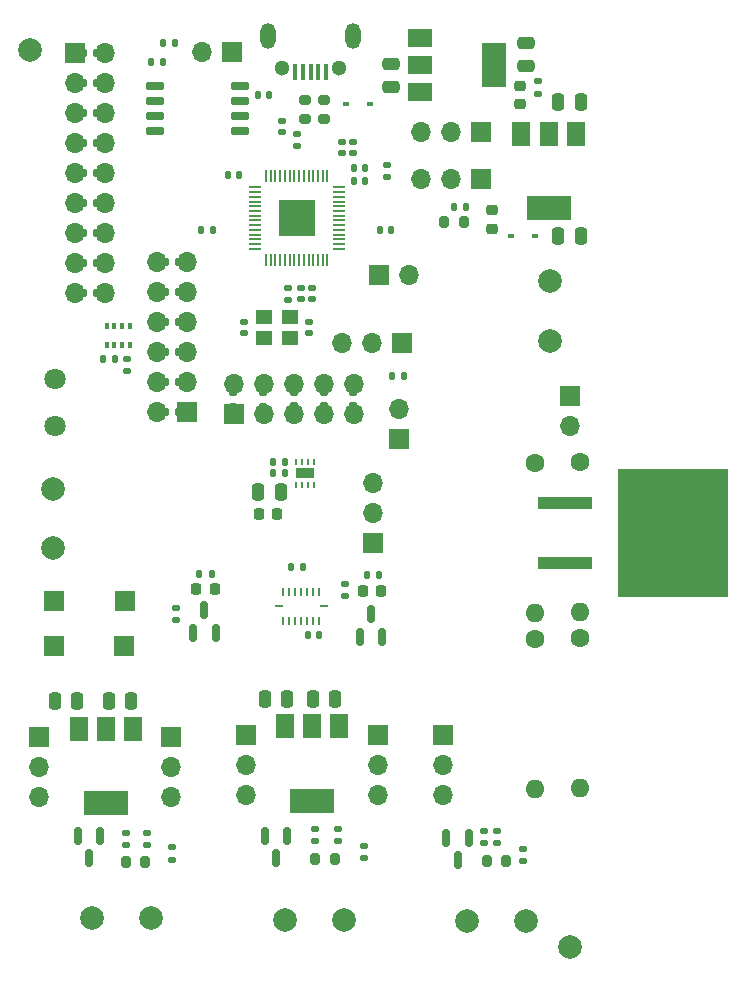
<source format=gbr>
%TF.GenerationSoftware,KiCad,Pcbnew,(6.0.10)*%
%TF.CreationDate,2023-02-23T14:30:16-05:00*%
%TF.ProjectId,rp2040_v0,72703230-3430-45f7-9630-2e6b69636164,rev?*%
%TF.SameCoordinates,Original*%
%TF.FileFunction,Soldermask,Top*%
%TF.FilePolarity,Negative*%
%FSLAX46Y46*%
G04 Gerber Fmt 4.6, Leading zero omitted, Abs format (unit mm)*
G04 Created by KiCad (PCBNEW (6.0.10)) date 2023-02-23 14:30:16*
%MOMM*%
%LPD*%
G01*
G04 APERTURE LIST*
G04 Aperture macros list*
%AMRoundRect*
0 Rectangle with rounded corners*
0 $1 Rounding radius*
0 $2 $3 $4 $5 $6 $7 $8 $9 X,Y pos of 4 corners*
0 Add a 4 corners polygon primitive as box body*
4,1,4,$2,$3,$4,$5,$6,$7,$8,$9,$2,$3,0*
0 Add four circle primitives for the rounded corners*
1,1,$1+$1,$2,$3*
1,1,$1+$1,$4,$5*
1,1,$1+$1,$6,$7*
1,1,$1+$1,$8,$9*
0 Add four rect primitives between the rounded corners*
20,1,$1+$1,$2,$3,$4,$5,0*
20,1,$1+$1,$4,$5,$6,$7,0*
20,1,$1+$1,$6,$7,$8,$9,0*
20,1,$1+$1,$8,$9,$2,$3,0*%
G04 Aperture macros list end*
%ADD10RoundRect,0.135000X0.185000X-0.135000X0.185000X0.135000X-0.185000X0.135000X-0.185000X-0.135000X0*%
%ADD11C,2.000000*%
%ADD12C,1.600000*%
%ADD13O,1.600000X1.600000*%
%ADD14R,1.500000X2.000000*%
%ADD15R,3.800000X2.000000*%
%ADD16RoundRect,0.150000X-0.150000X0.587500X-0.150000X-0.587500X0.150000X-0.587500X0.150000X0.587500X0*%
%ADD17R,4.600000X1.100000*%
%ADD18R,9.400000X10.800000*%
%ADD19RoundRect,0.250000X-0.250000X-0.475000X0.250000X-0.475000X0.250000X0.475000X-0.250000X0.475000X0*%
%ADD20R,0.800000X0.250000*%
%ADD21R,0.250000X0.800000*%
%ADD22RoundRect,0.135000X0.135000X0.185000X-0.135000X0.185000X-0.135000X-0.185000X0.135000X-0.185000X0*%
%ADD23RoundRect,0.150000X0.150000X-0.587500X0.150000X0.587500X-0.150000X0.587500X-0.150000X-0.587500X0*%
%ADD24RoundRect,0.135000X-0.185000X0.135000X-0.185000X-0.135000X0.185000X-0.135000X0.185000X0.135000X0*%
%ADD25RoundRect,0.140000X0.140000X0.170000X-0.140000X0.170000X-0.140000X-0.170000X0.140000X-0.170000X0*%
%ADD26RoundRect,0.135000X-0.135000X-0.185000X0.135000X-0.185000X0.135000X0.185000X-0.135000X0.185000X0*%
%ADD27RoundRect,0.250000X0.475000X-0.250000X0.475000X0.250000X-0.475000X0.250000X-0.475000X-0.250000X0*%
%ADD28RoundRect,0.140000X-0.140000X-0.170000X0.140000X-0.170000X0.140000X0.170000X-0.140000X0.170000X0*%
%ADD29R,0.600000X0.450000*%
%ADD30R,1.700000X1.700000*%
%ADD31O,1.700000X1.700000*%
%ADD32RoundRect,0.200000X-0.200000X-0.275000X0.200000X-0.275000X0.200000X0.275000X-0.200000X0.275000X0*%
%ADD33RoundRect,0.250000X0.250000X0.475000X-0.250000X0.475000X-0.250000X-0.475000X0.250000X-0.475000X0*%
%ADD34RoundRect,0.140000X-0.170000X0.140000X-0.170000X-0.140000X0.170000X-0.140000X0.170000X0.140000X0*%
%ADD35RoundRect,0.140000X0.170000X-0.140000X0.170000X0.140000X-0.170000X0.140000X-0.170000X-0.140000X0*%
%ADD36RoundRect,0.218750X0.256250X-0.218750X0.256250X0.218750X-0.256250X0.218750X-0.256250X-0.218750X0*%
%ADD37R,1.100000X0.200000*%
%ADD38R,0.200000X1.100000*%
%ADD39R,3.100000X3.100000*%
%ADD40R,2.000000X1.500000*%
%ADD41R,2.000000X3.800000*%
%ADD42RoundRect,0.250000X-0.475000X0.250000X-0.475000X-0.250000X0.475000X-0.250000X0.475000X0.250000X0*%
%ADD43RoundRect,0.200000X0.275000X-0.200000X0.275000X0.200000X-0.275000X0.200000X-0.275000X-0.200000X0*%
%ADD44RoundRect,0.218750X0.218750X0.256250X-0.218750X0.256250X-0.218750X-0.256250X0.218750X-0.256250X0*%
%ADD45R,0.400000X1.400000*%
%ADD46C,1.300000*%
%ADD47O,1.300000X2.200000*%
%ADD48RoundRect,0.150000X-0.650000X-0.150000X0.650000X-0.150000X0.650000X0.150000X-0.650000X0.150000X0*%
%ADD49R,0.250000X0.500000*%
%ADD50R,1.600000X0.900000*%
%ADD51RoundRect,0.200000X0.200000X0.275000X-0.200000X0.275000X-0.200000X-0.275000X0.200000X-0.275000X0*%
%ADD52RoundRect,0.200000X-0.275000X0.200000X-0.275000X-0.200000X0.275000X-0.200000X0.275000X0.200000X0*%
%ADD53R,0.350000X0.500000*%
%ADD54RoundRect,0.218750X-0.218750X-0.256250X0.218750X-0.256250X0.218750X0.256250X-0.218750X0.256250X0*%
%ADD55R,1.400000X1.200000*%
%ADD56RoundRect,0.225000X0.225000X0.250000X-0.225000X0.250000X-0.225000X-0.250000X0.225000X-0.250000X0*%
%ADD57C,1.800000*%
G04 APERTURE END LIST*
D10*
%TO.C,R55*%
X139836000Y-115810000D03*
X139836000Y-114790000D03*
%TD*%
%TO.C,R53*%
X123600000Y-115910000D03*
X123600000Y-114890000D03*
%TD*%
%TO.C,R42*%
X153300000Y-116010000D03*
X153300000Y-114990000D03*
%TD*%
%TO.C,R40*%
X141800000Y-58100000D03*
X141800000Y-57080000D03*
%TD*%
D11*
%TO.C,H2*%
X157300000Y-123300000D03*
%TD*%
D12*
%TO.C,R49*%
X154300000Y-97200000D03*
D13*
X154300000Y-109900000D03*
%TD*%
D12*
%TO.C,R47*%
X158100000Y-97150000D03*
D13*
X158100000Y-109850000D03*
%TD*%
D12*
%TO.C,R48*%
X154300000Y-82300000D03*
D13*
X154300000Y-95000000D03*
%TD*%
%TO.C,R46*%
X158100000Y-94950000D03*
D12*
X158100000Y-82250000D03*
%TD*%
D14*
%TO.C,U7*%
X115686000Y-104828000D03*
X117986000Y-104828000D03*
D15*
X117986000Y-111128000D03*
D14*
X120286000Y-104828000D03*
%TD*%
D16*
%TO.C,Q2*%
X147738000Y-115949500D03*
X146788000Y-114074500D03*
X148688000Y-114074500D03*
%TD*%
D17*
%TO.C,R39*%
X156825000Y-85760000D03*
D18*
X165975000Y-88300000D03*
D17*
X156825000Y-90840000D03*
%TD*%
D19*
%TO.C,C25*%
X133330000Y-102300000D03*
X131430000Y-102300000D03*
%TD*%
D20*
%TO.C,U5*%
X136410000Y-94476500D03*
D21*
X136000000Y-93276500D03*
X135500000Y-93276500D03*
X135000000Y-93276500D03*
X134500000Y-93276500D03*
X134000000Y-93276500D03*
X133500000Y-93276500D03*
X133000000Y-93276500D03*
D20*
X132590000Y-94476500D03*
D21*
X133000000Y-95676500D03*
X133500000Y-95676500D03*
X134000000Y-95676500D03*
X134500000Y-95676500D03*
X135000000Y-95676500D03*
X135500000Y-95676500D03*
X136000000Y-95676500D03*
%TD*%
D22*
%TO.C,R25*%
X124081000Y-67831000D03*
X123061000Y-67831000D03*
%TD*%
D23*
%TO.C,Q1*%
X140400000Y-95162500D03*
X141350000Y-97037500D03*
X139450000Y-97037500D03*
%TD*%
D24*
%TO.C,R6*%
X154559000Y-50036000D03*
X154559000Y-51056000D03*
%TD*%
D25*
%TO.C,C12*%
X127002000Y-62605000D03*
X126042000Y-62605000D03*
%TD*%
D26*
%TO.C,R17*%
X116071000Y-60330000D03*
X117091000Y-60330000D03*
%TD*%
D27*
%TO.C,C5*%
X153543000Y-48702000D03*
X153543000Y-46802000D03*
%TD*%
D11*
%TO.C,J27*%
X116803000Y-120887500D03*
X121803000Y-120887500D03*
%TD*%
D28*
%TO.C,C17*%
X141169000Y-62592000D03*
X142129000Y-62592000D03*
%TD*%
D10*
%TO.C,R57*%
X137636000Y-113311500D03*
X137636000Y-114331500D03*
%TD*%
D26*
%TO.C,R33*%
X140090000Y-91800000D03*
X141110000Y-91800000D03*
%TD*%
D29*
%TO.C,D1*%
X138269000Y-51956000D03*
X140369000Y-51956000D03*
%TD*%
D30*
%TO.C,J3*%
X143025000Y-72200000D03*
D31*
X140485000Y-72200000D03*
X137945000Y-72200000D03*
%TD*%
D19*
%TO.C,C24*%
X115550000Y-102500000D03*
X113650000Y-102500000D03*
%TD*%
D32*
%TO.C,R41*%
X151865000Y-116028000D03*
X150215000Y-116028000D03*
%TD*%
D10*
%TO.C,R56*%
X121459000Y-113641500D03*
X121459000Y-114661500D03*
%TD*%
D30*
%TO.C,J22*%
X128778000Y-78209000D03*
D31*
X128778000Y-75669000D03*
X131318000Y-78209000D03*
X131318000Y-75669000D03*
X133858000Y-78209000D03*
X133858000Y-75669000D03*
X136398000Y-78209000D03*
X136398000Y-75669000D03*
X138938000Y-78209000D03*
X138938000Y-75669000D03*
%TD*%
D16*
%TO.C,Q5*%
X132350000Y-115775000D03*
X131400000Y-113900000D03*
X133300000Y-113900000D03*
%TD*%
D24*
%TO.C,R32*%
X138200000Y-92590000D03*
X138200000Y-93610000D03*
%TD*%
D33*
%TO.C,C38*%
X132775000Y-84825000D03*
X130875000Y-84825000D03*
%TD*%
D28*
%TO.C,C21*%
X134623000Y-91179500D03*
X133663000Y-91179500D03*
%TD*%
%TO.C,C19*%
X138966000Y-58433000D03*
X139926000Y-58433000D03*
%TD*%
D31*
%TO.C,J18*%
X141000000Y-110480000D03*
X141000000Y-107940000D03*
D30*
X141000000Y-105400000D03*
%TD*%
D34*
%TO.C,C1*%
X129692000Y-70399000D03*
X129692000Y-71359000D03*
%TD*%
%TO.C,C3*%
X135182000Y-70399000D03*
X135182000Y-71359000D03*
%TD*%
D26*
%TO.C,R16*%
X116076000Y-57780000D03*
X117096000Y-57780000D03*
%TD*%
D35*
%TO.C,C16*%
X138922000Y-56085000D03*
X138922000Y-55125000D03*
%TD*%
D24*
%TO.C,R59*%
X135700000Y-114331500D03*
X135700000Y-113311500D03*
%TD*%
D36*
%TO.C,D4*%
X150622000Y-62509500D03*
X150622000Y-60934500D03*
%TD*%
D22*
%TO.C,R22*%
X124081000Y-75451000D03*
X123061000Y-75451000D03*
%TD*%
D37*
%TO.C,U3*%
X130572000Y-59005000D03*
X130572000Y-59405000D03*
X130572000Y-59805000D03*
X130572000Y-60205000D03*
X130572000Y-60605000D03*
X130572000Y-61005000D03*
X130572000Y-61405000D03*
X130572000Y-61805000D03*
X130572000Y-62205000D03*
X130572000Y-62605000D03*
X130572000Y-63005000D03*
X130572000Y-63405000D03*
X130572000Y-63805000D03*
X130572000Y-64205000D03*
D38*
X131522000Y-65155000D03*
X131922000Y-65155000D03*
X132322000Y-65155000D03*
X132722000Y-65155000D03*
X133122000Y-65155000D03*
X133522000Y-65155000D03*
X133922000Y-65155000D03*
X134322000Y-65155000D03*
X134722000Y-65155000D03*
X135122000Y-65155000D03*
X135522000Y-65155000D03*
X135922000Y-65155000D03*
X136322000Y-65155000D03*
X136722000Y-65155000D03*
D37*
X137672000Y-64205000D03*
X137672000Y-63805000D03*
X137672000Y-63405000D03*
X137672000Y-63005000D03*
X137672000Y-62605000D03*
X137672000Y-62205000D03*
X137672000Y-61805000D03*
X137672000Y-61405000D03*
X137672000Y-61005000D03*
X137672000Y-60605000D03*
X137672000Y-60205000D03*
X137672000Y-59805000D03*
X137672000Y-59405000D03*
X137672000Y-59005000D03*
D38*
X136722000Y-58055000D03*
X136322000Y-58055000D03*
X135922000Y-58055000D03*
X135522000Y-58055000D03*
X135122000Y-58055000D03*
X134722000Y-58055000D03*
X134322000Y-58055000D03*
X133922000Y-58055000D03*
X133522000Y-58055000D03*
X133122000Y-58055000D03*
X132722000Y-58055000D03*
X132322000Y-58055000D03*
X131922000Y-58055000D03*
X131522000Y-58055000D03*
D39*
X134122000Y-61605000D03*
%TD*%
D28*
%TO.C,C20*%
X136024000Y-96894500D03*
X135064000Y-96894500D03*
%TD*%
%TO.C,C23*%
X117757000Y-73546000D03*
X118717000Y-73546000D03*
%TD*%
D19*
%TO.C,C27*%
X120122000Y-102500000D03*
X118222000Y-102500000D03*
%TD*%
D30*
%TO.C,J13*%
X115311000Y-47630000D03*
D31*
X117851000Y-47630000D03*
X115311000Y-50170000D03*
X117851000Y-50170000D03*
X115311000Y-52710000D03*
X117851000Y-52710000D03*
X115311000Y-55250000D03*
X117851000Y-55250000D03*
X115311000Y-57790000D03*
X117851000Y-57790000D03*
X115311000Y-60330000D03*
X117851000Y-60330000D03*
X115311000Y-62870000D03*
X117851000Y-62870000D03*
X115311000Y-65410000D03*
X117851000Y-65410000D03*
X115311000Y-67950000D03*
X117851000Y-67950000D03*
%TD*%
D26*
%TO.C,R19*%
X116071000Y-65410000D03*
X117091000Y-65410000D03*
%TD*%
D40*
%TO.C,U2*%
X144551000Y-46341000D03*
D41*
X150851000Y-48641000D03*
D40*
X144551000Y-48641000D03*
X144551000Y-50941000D03*
%TD*%
D24*
%TO.C,R45*%
X150000000Y-114506000D03*
X150000000Y-113486000D03*
%TD*%
D28*
%TO.C,C4*%
X131798000Y-51194000D03*
X130838000Y-51194000D03*
%TD*%
D32*
%TO.C,R52*%
X121284000Y-116107500D03*
X119634000Y-116107500D03*
%TD*%
D42*
%TO.C,C2*%
X142113000Y-48580000D03*
X142113000Y-50480000D03*
%TD*%
D16*
%TO.C,Q4*%
X116550000Y-115775000D03*
X115600000Y-113900000D03*
X117500000Y-113900000D03*
%TD*%
D31*
%TO.C,J19*%
X129840000Y-110450000D03*
X129840000Y-107910000D03*
D30*
X129840000Y-105370000D03*
%TD*%
D19*
%TO.C,C11*%
X156276000Y-63119000D03*
X158176000Y-63119000D03*
%TD*%
D26*
%TO.C,R13*%
X116071000Y-52710000D03*
X117091000Y-52710000D03*
%TD*%
D22*
%TO.C,R23*%
X124081000Y-72911000D03*
X123061000Y-72911000D03*
%TD*%
%TO.C,R26*%
X124081000Y-65291000D03*
X123061000Y-65291000D03*
%TD*%
D10*
%TO.C,R35*%
X131281000Y-77474000D03*
X131281000Y-76454000D03*
%TD*%
D33*
%TO.C,C9*%
X158176000Y-51816000D03*
X156276000Y-51816000D03*
%TD*%
D30*
%TO.C,J11*%
X141125000Y-66400000D03*
D31*
X143665000Y-66400000D03*
%TD*%
D34*
%TO.C,C6*%
X132842000Y-53381000D03*
X132842000Y-54341000D03*
%TD*%
D30*
%TO.C,J15*%
X157226000Y-76703000D03*
D31*
X157226000Y-79243000D03*
%TD*%
D43*
%TO.C,R4*%
X134818500Y-53230000D03*
X134818500Y-51580000D03*
%TD*%
D30*
%TO.C,J7*%
X119550000Y-94020000D03*
%TD*%
D31*
%TO.C,J17*%
X146500000Y-110480000D03*
X146500000Y-107940000D03*
D30*
X146500000Y-105400000D03*
%TD*%
%TO.C,J2*%
X128651000Y-47511000D03*
D31*
X126111000Y-47511000D03*
%TD*%
D44*
%TO.C,D5*%
X141287500Y-93200000D03*
X139712500Y-93200000D03*
%TD*%
D10*
%TO.C,R38*%
X138900000Y-77450000D03*
X138900000Y-76430000D03*
%TD*%
D24*
%TO.C,R58*%
X119659000Y-114661500D03*
X119659000Y-113641500D03*
%TD*%
D11*
%TO.C,J25*%
X148500000Y-121100000D03*
X153500000Y-121100000D03*
%TD*%
%TO.C,J28*%
X133156000Y-120995500D03*
X138156000Y-120995500D03*
%TD*%
D26*
%TO.C,R9*%
X116073000Y-47630000D03*
X117093000Y-47630000D03*
%TD*%
D45*
%TO.C,J5*%
X136594500Y-49225500D03*
X135944500Y-49225500D03*
X135294500Y-49225500D03*
X134644500Y-49225500D03*
X133994500Y-49225500D03*
D46*
X132874500Y-48855500D03*
D47*
X131694500Y-46185500D03*
X138894500Y-46185500D03*
D46*
X137714500Y-48855500D03*
%TD*%
D26*
%TO.C,R2*%
X121791000Y-48400000D03*
X122811000Y-48400000D03*
%TD*%
D48*
%TO.C,U1*%
X122130000Y-50410000D03*
X122130000Y-51680000D03*
X122130000Y-52950000D03*
X122130000Y-54220000D03*
X129330000Y-54220000D03*
X129330000Y-52950000D03*
X129330000Y-51680000D03*
X129330000Y-50410000D03*
%TD*%
D19*
%TO.C,C28*%
X137394000Y-102300000D03*
X135494000Y-102300000D03*
%TD*%
D31*
%TO.C,J21*%
X112314000Y-110628000D03*
X112314000Y-108088000D03*
D30*
X112314000Y-105548000D03*
%TD*%
D11*
%TO.C,H1*%
X111506000Y-47371000D03*
%TD*%
D30*
%TO.C,J9*%
X142800000Y-80300000D03*
D31*
X142800000Y-77760000D03*
%TD*%
D30*
%TO.C,J8*%
X149733000Y-58293000D03*
D31*
X147193000Y-58293000D03*
X144653000Y-58293000D03*
%TD*%
D10*
%TO.C,R3*%
X133362000Y-68535000D03*
X133362000Y-67515000D03*
%TD*%
D22*
%TO.C,R21*%
X124081000Y-77991000D03*
X123061000Y-77991000D03*
%TD*%
D26*
%TO.C,R12*%
X116071000Y-50170000D03*
X117091000Y-50170000D03*
%TD*%
D10*
%TO.C,R36*%
X136400000Y-77450000D03*
X136400000Y-76430000D03*
%TD*%
%TO.C,R34*%
X128741000Y-77472000D03*
X128741000Y-76452000D03*
%TD*%
D26*
%TO.C,R20*%
X116071000Y-67950000D03*
X117091000Y-67950000D03*
%TD*%
D30*
%TO.C,J14*%
X124846000Y-77991000D03*
D31*
X122306000Y-77991000D03*
X124846000Y-75451000D03*
X122306000Y-75451000D03*
X124846000Y-72911000D03*
X122306000Y-72911000D03*
X124846000Y-70371000D03*
X122306000Y-70371000D03*
X124846000Y-67831000D03*
X122306000Y-67831000D03*
X124846000Y-65291000D03*
X122306000Y-65291000D03*
%TD*%
D49*
%TO.C,U12*%
X134075000Y-84175000D03*
X134575000Y-84175000D03*
X135075000Y-84175000D03*
X135575000Y-84175000D03*
X135575000Y-82275000D03*
X135075000Y-82275000D03*
X134575000Y-82275000D03*
X134075000Y-82275000D03*
D50*
X134825000Y-83225000D03*
%TD*%
D10*
%TO.C,R37*%
X133853000Y-77444000D03*
X133853000Y-76424000D03*
%TD*%
D28*
%TO.C,C14*%
X138966000Y-57400000D03*
X139926000Y-57400000D03*
%TD*%
D11*
%TO.C,J23*%
X113500000Y-89500000D03*
X113500000Y-84500000D03*
%TD*%
D22*
%TO.C,R24*%
X124081000Y-70371000D03*
X123061000Y-70371000D03*
%TD*%
D36*
%TO.C,D6*%
X153035000Y-51968500D03*
X153035000Y-50393500D03*
%TD*%
D35*
%TO.C,C18*%
X134112000Y-55484000D03*
X134112000Y-54524000D03*
%TD*%
D14*
%TO.C,U8*%
X133128000Y-104643000D03*
X135428000Y-104643000D03*
D15*
X135428000Y-110943000D03*
D14*
X137728000Y-104643000D03*
%TD*%
D51*
%TO.C,R43*%
X148272000Y-61976000D03*
X146622000Y-61976000D03*
%TD*%
D31*
%TO.C,J16*%
X140600000Y-84045000D03*
X140600000Y-86585000D03*
D30*
X140600000Y-89125000D03*
%TD*%
D22*
%TO.C,R1*%
X123825000Y-46749000D03*
X122805000Y-46749000D03*
%TD*%
D25*
%TO.C,C15*%
X129258000Y-57925000D03*
X128298000Y-57925000D03*
%TD*%
D34*
%TO.C,C22*%
X119761000Y-73574000D03*
X119761000Y-74534000D03*
%TD*%
D52*
%TO.C,R5*%
X136418500Y-51580000D03*
X136418500Y-53230000D03*
%TD*%
D53*
%TO.C,U6*%
X118024000Y-72314000D03*
X118674000Y-72314000D03*
X119324000Y-72314000D03*
X119974000Y-72314000D03*
X119974000Y-70714000D03*
X119324000Y-70714000D03*
X118674000Y-70714000D03*
X118024000Y-70714000D03*
%TD*%
D54*
%TO.C,D3*%
X125612500Y-93000000D03*
X127187500Y-93000000D03*
%TD*%
D30*
%TO.C,J6*%
X119500000Y-97800000D03*
%TD*%
D32*
%TO.C,R54*%
X137361000Y-115853500D03*
X135711000Y-115853500D03*
%TD*%
D22*
%TO.C,R8*%
X143210000Y-75000000D03*
X142190000Y-75000000D03*
%TD*%
D14*
%TO.C,U4*%
X157748000Y-54453000D03*
D15*
X155448000Y-60753000D03*
D14*
X155448000Y-54453000D03*
X153148000Y-54453000D03*
%TD*%
D31*
%TO.C,J20*%
X123490000Y-110628000D03*
X123490000Y-108088000D03*
D30*
X123490000Y-105548000D03*
%TD*%
%TO.C,J4*%
X113600000Y-97800000D03*
%TD*%
%TO.C,J1*%
X149733000Y-54356000D03*
D31*
X147193000Y-54356000D03*
X144653000Y-54356000D03*
%TD*%
D55*
%TO.C,X1*%
X131362000Y-71755000D03*
X133562000Y-71755000D03*
X133562000Y-69995000D03*
X131362000Y-69995000D03*
%TD*%
D26*
%TO.C,R18*%
X116071000Y-62870000D03*
X117091000Y-62870000D03*
%TD*%
%TO.C,R11*%
X125890000Y-91700000D03*
X126910000Y-91700000D03*
%TD*%
D11*
%TO.C,J12*%
X155575000Y-66969000D03*
X155575000Y-71969000D03*
%TD*%
D30*
%TO.C,J10*%
X113600000Y-94000000D03*
%TD*%
D25*
%TO.C,C40*%
X133105000Y-82225000D03*
X132145000Y-82225000D03*
%TD*%
D26*
%TO.C,R14*%
X116071000Y-55250000D03*
X117091000Y-55250000D03*
%TD*%
D56*
%TO.C,C37*%
X132475000Y-86625000D03*
X130925000Y-86625000D03*
%TD*%
D29*
%TO.C,D2*%
X152239000Y-63119000D03*
X154339000Y-63119000D03*
%TD*%
D57*
%TO.C,BZ1*%
X113700000Y-75200000D03*
X113700000Y-79200000D03*
%TD*%
D24*
%TO.C,R10*%
X123900000Y-94580000D03*
X123900000Y-95600000D03*
%TD*%
D25*
%TO.C,C39*%
X133105000Y-83225000D03*
X132145000Y-83225000D03*
%TD*%
D10*
%TO.C,R44*%
X151040000Y-113486000D03*
X151040000Y-114506000D03*
%TD*%
D34*
%TO.C,C13*%
X134452000Y-67535000D03*
X134452000Y-68495000D03*
%TD*%
D23*
%TO.C,Q3*%
X125350000Y-96700000D03*
X127250000Y-96700000D03*
X126300000Y-94825000D03*
%TD*%
D35*
%TO.C,C8*%
X135452000Y-68495000D03*
X135452000Y-67535000D03*
%TD*%
%TO.C,C7*%
X137922000Y-56085000D03*
X137922000Y-55125000D03*
%TD*%
D26*
%TO.C,R7*%
X147445000Y-60706000D03*
X148465000Y-60706000D03*
%TD*%
M02*

</source>
